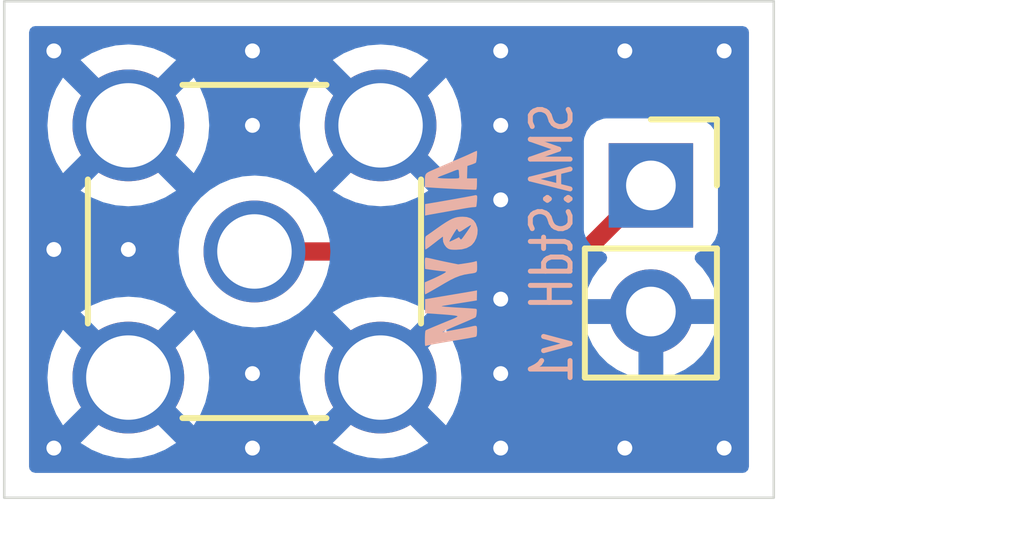
<source format=kicad_pcb>
(kicad_pcb (version 20240108) (generator "pcbnew") (generator_version "8.0")
  (layers (0 "F.Cu" signal) (1 "In1.Cu" signal) (2 "In2.Cu" signal) (31 "B.Cu" signal) (34 "B.Paste" user) (35 "F.Paste" user) (36 "B.SilkS" user "B.Silkscreen") (37 "F.SilkS" user "F.Silkscreen") (38 "B.Mask" user) (39 "F.Mask" user) (44 "Edge.Cuts" user))
  (net 0 "")
  (net 1 "GND")
  (net 2 "Net-(J1-In)")
  (footprint "Connector_PinSocket_2.54mm:PinSocket_1x02_P2.54mm_Vertical" (layer "F.Cu") (at 57.525 20.71)
    (property "Reference" "J2" (hide yes))
    (property "Value" "Conn_01x02_Socket")
    (fp_line (start -1.33 1.27) (end -1.33 3.87) (stroke (width 0.12)) (layer "F.SilkS"))
    (fp_line (start -1.33 1.27) (end 1.33 1.27) (stroke (width 0.12)) (layer "F.SilkS"))
    (fp_line (start -1.33 3.87) (end 1.33 3.87) (stroke (width 0.12)) (layer "F.SilkS"))
    (fp_line (start 0 -1.33) (end 1.33 -1.33) (stroke (width 0.12)) (layer "F.SilkS"))
    (fp_line (start 1.33 -1.33) (end 1.33 0) (stroke (width 0.12)) (layer "F.SilkS"))
    (fp_line (start 1.33 1.27) (end 1.33 3.87) (stroke (width 0.12)) (layer "F.SilkS"))
    (pad "1" thru_hole rect (at 0 0) (size 1.7 1.7) (drill 1) (layers "*.Cu" "*.Mask") (net 2 "Net-(J1-In)"))
    (pad "2" thru_hole oval (at 0 2.54) (size 1.7 1.7) (drill 1) (layers "*.Cu" "*.Mask") (net 1 "GND"))
  )
  (footprint "Connector_Coaxial:SMA_Amphenol_901-144_Vertical" (layer "F.Cu") (at 49.54 22.04)
    (property "Reference" "J1" (hide yes))
    (property "Value" "Conn_Coaxial")
    (fp_line (start -3.355 -1.45) (end -3.355 1.45) (stroke (width 0.12)) (layer "F.SilkS"))
    (fp_line (start -1.45 -3.355) (end 1.45 -3.355) (stroke (width 0.12)) (layer "F.SilkS"))
    (fp_line (start -1.45 3.355) (end 1.45 3.355) (stroke (width 0.12)) (layer "F.SilkS"))
    (fp_line (start 3.355 -1.45) (end 3.355 1.45) (stroke (width 0.12)) (layer "F.SilkS"))
    (pad "1" thru_hole circle (at 0 0) (size 2.05 2.05) (drill 1.5) (layers "*.Cu" "*.Mask") (net 2 "Net-(J1-In)"))
    (pad "2" thru_hole circle (at -2.54 -2.54) (size 2.25 2.25) (drill 1.7) (layers "*.Cu" "*.Mask") (net 1 "GND"))
    (pad "2" thru_hole circle (at -2.54 2.54) (size 2.25 2.25) (drill 1.7) (layers "*.Cu" "*.Mask") (net 1 "GND"))
    (pad "2" thru_hole circle (at 2.54 -2.54) (size 2.25 2.25) (drill 1.7) (layers "*.Cu" "*.Mask") (net 1 "GND"))
    (pad "2" thru_hole circle (at 2.54 2.54) (size 2.25 2.25) (drill 1.7) (layers "*.Cu" "*.Mask") (net 1 "GND"))
  )
  (footprint "Logos:ai6ym_logo_4mm" (layer "B.Cu") (at 53.5 22 -90)
    (property "Reference" "G***" (hide yes))
    (property "Value" "LOGO" (hide yes))
    (fp_poly (pts (xy -0.689406 0.490776) (xy -0.693845 0.468259) (xy -0.701914 0.424829) (xy -0.712791 0.365001) (xy -0.725656 0.29329) (xy -0.739689 0.214209) (xy -0.741049 0.206504) (xy -0.757627 0.113057) (xy -0.775478 0.013386) (xy -0.793078 -0.084059) (xy -0.808902 -0.170824) (xy -0.81863 -0.223497) (xy -0.830889 -0.2929) (xy -0.841106 -0.357506) (xy -0.848354 -0.410948) (xy -0.851707 -0.446857) (xy -0.85183 -0.451825) (xy -0.854097 -0.485243) (xy -0.859723 -0.505663) (xy -0.86151 -0.507584) (xy -0.878085 -0.511294) (xy -0.913657 -0.5161) (xy -0.961485 -0.521132) (xy -0.977561 -0.522586) (xy -1.031155 -0.526523) (xy -1.06442 -0.52661) (xy -1.082622 -0.522346) (xy -1.091025 -0.513232) (xy -1.091637 -0.511759) (xy -1.094758 -0.488064) (xy -1.092426 -0.480495) (xy -1.08906 -0.466276) (xy -1.081908 -0.429982) (xy -1.071568 -0.374978) (xy -1.058638 -0.304626) (xy -1.043715 -0.222291) (xy -1.027399 -0.131336) (xy -1.010286 -0.035125) (xy -0.992975 0.062979) (xy -0.976063 0.159612) (xy -0.960148 0.25141) (xy -0.945829 0.33501) (xy -0.933703 0.407049) (xy -0.924369 0.464161) (xy -0.92327 0.471087) (xy -0.915115 0.522713) (xy -0.798629 0.523043) (xy -0.682144 0.523372)) (fill solid) (layer "B.SilkS"))
    (fp_poly (pts (xy 0.834606 0.528485) (xy 0.87559 0.526655) (xy 0.899562 0.523998) (xy 0.903455 0.522266) (xy 0.897042 0.50735) (xy 0.87872 0.472719) (xy 0.849858 0.420788) (xy 0.811828 0.353976) (xy 0.766003 0.274701) (xy 0.713753 0.185379) (xy 0.676719 0.122612) (xy 0.6142 0.011631) (xy 0.566652 -0.086192) (xy 0.531764 -0.17687) (xy 0.507221 -0.266418) (xy 0.490713 -0.360851) (xy 0.490642 -0.361382) (xy 0.481469 -0.428535) (xy 0.472678 -0.474293) (xy 0.460585 -0.502754) (xy 0.441504 -0.518015) (xy 0.411749 -0.524171) (xy 0.367635 -0.52532) (xy 0.343181 -0.525295) (xy 0.293319 -0.524206) (xy 0.255085 -0.521297) (xy 0.234375 -0.517107) (xy 0.232317 -0.515165) (xy 0.236511 -0.496469) (xy 0.244371 -0.47333) (xy 0.251011 -0.448104) (xy 0.259836 -0.403842) (xy 0.269627 -0.347093) (xy 0.277966 -0.292777) (xy 0.299507 -0.143929) (xy 0.259581 0.053874) (xy 0.242839 0.134828) (xy 0.224791 0.218783) (xy 0.207348 0.297053) (xy 0.192418 0.360954) (xy 0.189147 0.374288) (xy 0.176658 0.428495) (xy 0.167985 0.474146) (xy 0.164235 0.504914) (xy 0.164776 0.513513) (xy 0.176101 0.522011) (xy 0.204532 0.526426) (xy 0.253576 0.527145) (xy 0.281707 0.52642) (xy 0.3925 0.522713) (xy 0.415114 0.361382) (xy 0.423957 0.294767) (xy 0.431275 0.232955) (xy 0.436303 0.182877) (xy 0.438274 0.151651) (xy 0.441292 0.120524) (xy 0.448087 0.10404) (xy 0.450129 0.103252) (xy 0.462098 0.114628) (xy 0.482303 0.146598) (xy 0.509058 0.195927) (xy 0.540677 0.259378) (xy 0.575474 0.333715) (xy 0.606416 0.403328) (xy 0.661042 0.529166) (xy 0.782248 0.529166)) (fill solid) (layer "B.SilkS"))
    (fp_poly (pts (xy -1.246957 0.409781) (xy -1.242117 0.334303) (xy -1.236952 0.247343) (xy -1.231625 0.152302) (xy -1.226298 0.052581) (xy -1.221133 -0.048421) (xy -1.216295 -0.147301) (xy -1.211945 -0.240659) (xy -1.208246 -0.325095) (xy -1.20536 -0.397208) (xy -1.203452 -0.453596) (xy -1.202682 -0.49086) (xy -1.20316 -0.505466) (xy -1.219178 -0.514032) (xy -1.259862 -0.519483) (xy -1.320415 -0.521654) (xy -1.432627 -0.522714) (xy -1.432625 -0.422221) (xy -1.432622 -0.321728) (xy -1.557391 -0.325422) (xy -1.68216 -0.329116) (xy -1.709043 -0.409233) (xy -1.724809 -0.452358) (xy -1.739401 -0.485767) (xy -1.748832 -0.501162) (xy -1.765657 -0.50682) (xy -1.799585 -0.512456) (xy -1.84379 -0.517527) (xy -1.891443 -0.521489) (xy -1.935715 -0.523801) (xy -1.96978 -0.52392) (xy -1.986807 -0.521301) (xy -1.987602 -0.520145) (xy -1.982543 -0.505217) (xy -1.969384 -0.474183) (xy -1.953903 -0.440108) (xy -1.932999 -0.395168) (xy -1.915308 -0.356719) (xy -1.898726 -0.319981) (xy -1.881148 -0.280174) (xy -1.860472 -0.232517) (xy -1.834593 -0.172228) (xy -1.822804 -0.144627) (xy -1.605954 -0.144627) (xy -1.597106 -0.153215) (xy -1.579053 -0.156385) (xy -1.551705 -0.157909) (xy -1.546871 -0.158224) (xy -1.505651 -0.161307) (xy -1.474799 -0.164027) (xy -1.464889 -0.1652) (xy -1.443091 -0.160729) (xy -1.438198 -0.157907) (xy -1.43398 -0.142813) (xy -1.43114 -0.107767) (xy -1.429584 -0.057938) (xy -1.429217 0.001507) (xy -1.429945 0.065402) (xy -1.431676 0.128579) (xy -1.434313 0.185871) (xy -1.437764 0.23211) (xy -1.441935 0.262131) (xy -1.446003 0.271036) (xy -1.455831 0.259969) (xy -1.469639 0.231683) (xy -1.478149 0.209731) (xy -1.492399 0.171122) (xy -1.512981 0.117073) (xy -1.53663 0.056105) (xy -1.551087 0.01936) (xy -1.578164 -0.048628) (xy -1.596393 -0.096107) (xy -1.605687 -0.126849) (xy -1.605954 -0.144627) (xy -1.822804 -0.144627) (xy -1.801407 -0.094529) (xy -1.788613 -0.064533) (xy -1.751271 0.022738) (xy -1.710644 0.117191) (xy -1.670433 0.210255) (xy -1.634336 0.293362) (xy -1.615891 0.335569) (xy -1.585005 0.405919) (xy -1.560776 0.456345) (xy -1.538722 0.490212) (xy -1.514361 0.510882) (xy -1.483213 0.521719) (xy -1.440794 0.526085) (xy -1.382625 0.527344) (xy -1.359945 0.527639) (xy -1.255001 0.529166)) (fill solid) (layer "B.SilkS"))
    (fp_poly (pts (xy -0.076281 0.522089) (xy -0.03286 0.520403) (xy -0.006026 0.517939) (xy -0.000019 0.515905) (xy -0.004283 0.50486) (xy -0.018142 0.482959) (xy -0.04315 0.44806) (xy -0.080858 0.398018) (xy -0.132818 0.330689) (xy -0.150793 0.307599) (xy -0.19008 0.256885) (xy -0.222913 0.213884) (xy -0.246385 0.182454) (xy -0.257587 0.16645) (xy -0.25813 0.165286) (xy -0.246779 0.16335) (xy -0.218615 0.164347) (xy -0.209731 0.165082) (xy -0.154645 0.159064) (xy -0.097375 0.135068) (xy -0.047392 0.098149) (xy -0.019527 0.06358) (xy -0.006613 0.03659) (xy 0.001237 0.004799) (xy 0.005075 -0.038698) (xy 0.005957 -0.100808) (xy 0.005948 -0.103252) (xy -0.002748 -0.217312) (xy -0.028226 -0.31323) (xy -0.071103 -0.392988) (xy -0.092552 -0.420002) (xy -0.151761 -0.470037) (xy -0.22675 -0.507702) (xy -0.309444 -0.530489) (xy -0.391768 -0.53589) (xy -0.442249 -0.528644) (xy -0.525302 -0.498535) (xy -0.587683 -0.453897) (xy -0.626351 -0.399102) (xy -0.490448 -0.399102) (xy -0.484195 -0.400859) (xy -0.464365 -0.391387) (xy -0.429355 -0.369668) (xy -0.377557 -0.334687) (xy -0.307368 -0.285427) (xy -0.279328 -0.26546) (xy -0.236565 -0.234578) (xy -0.211991 -0.214681) (xy -0.202773 -0.201774) (xy -0.206079 -0.191859) (xy -0.219077 -0.180943) (xy -0.219297 -0.180777) (xy -0.247774 -0.159297) (xy -0.200498 -0.065419) (xy -0.179273 -0.021467) (xy -0.164388 0.012894) (xy -0.158278 0.031906) (xy -0.15854 0.033777) (xy -0.171385 0.030206) (xy -0.200461 0.015794) (xy -0.240358 -0.006228) (xy -0.285665 -0.03263) (xy -0.330974 -0.060183) (xy -0.370875 -0.085655) (xy -0.399957 -0.105816) (xy -0.412811 -0.117437) (xy -0.413008 -0.118168) (xy -0.404408 -0.129362) (xy -0.403329 -0.129476) (xy -0.386488 -0.136825) (xy -0.368952 -0.148575) (xy -0.358569 -0.158103) (xy -0.355349 -0.169437) (xy -0.360996 -0.187109) (xy -0.377218 -0.215652) (xy -0.405723 -0.259596) (xy -0.417351 -0.277103) (xy -0.447968 -0.324235) (xy -0.47228 -0.363802) (xy -0.487215 -0.390676) (xy -0.490448 -0.399102) (xy -0.626351 -0.399102) (xy -0.630315 -0.393484) (xy -0.65412 -0.316053) (xy -0.660241 -0.235123) (xy -0.658238 -0.179048) (xy -0.651569 -0.127024) (xy -0.638698 -0.075796) (xy -0.618086 -0.022109) (xy -0.588198 0.037293) (xy -0.547495 0.105665) (xy -0.494439 0.186264) (xy -0.427495 0.282344) (xy -0.393154 0.330487) (xy -0.354148 0.385214) (xy -0.319705 0.434122) (xy -0.293104 0.472515) (xy -0.27762 0.495697) (xy -0.276042 0.498272) (xy -0.266525 0.50951) (xy -0.25046 0.516706) (xy -0.222707 0.520724) (xy -0.178127 0.52243) (xy -0.130863 0.522713)) (fill solid) (layer "B.SilkS"))
    (fp_poly (pts (xy 1.861156 0.527247) (xy 1.904784 0.526143) (xy 1.930496 0.523382) (xy 1.942236 0.518392) (xy 1.943952 0.510601) (xy 1.942478 0.505962) (xy 1.934035 0.47646) (xy 1.92203 0.421615) (xy 1.906455 0.341386) (xy 1.887302 0.235732) (xy 1.864564 0.104614) (xy 1.838234 -0.052008) (xy 1.826562 -0.122612) (xy 1.810803 -0.216816) (xy 1.795867 -0.303234) (xy 1.782388 -0.378426) (xy 1.770996 -0.438957) (xy 1.762324 -0.48139) (xy 1.757005 -0.502288) (xy 1.756535 -0.503354) (xy 1.743878 -0.513723) (xy 1.716696 -0.519985) (xy 1.670451 -0.522923) (xy 1.640936 -0.523379) (xy 1.588515 -0.52333) (xy 1.555606 -0.519377) (xy 1.539202 -0.507012) (xy 1.536298 -0.481725) (xy 1.543888 -0.439006) (xy 1.554464 -0.393649) (xy 1.563027 -0.354427) (xy 1.57493 -0.296058) (xy 1.588936 -0.224801) (xy 1.603808 -0.14691) (xy 1.613149 -0.096799) (xy 1.626895 -0.022999) (xy 1.639494 0.043318) (xy 1.650023 0.097396) (xy 1.657559 0.134478) (xy 1.660733 0.148425) (xy 1.665354 0.170471) (xy 1.660925 0.169614) (xy 1.647971 0.146921) (xy 1.627015 0.103461) (xy 1.598584 0.040301) (xy 1.5632 -0.04149) (xy 1.537094 -0.103252) (xy 1.490135 -0.214821) (xy 1.451809 -0.304973) (xy 1.421031 -0.376202) (xy 1.396716 -0.431005) (xy 1.377778 -0.471877) (xy 1.368698 -0.490447) (xy 1.347853 -0.504507) (xy 1.301914 -0.513984) (xy 1.279083 -0.516274) (xy 1.23494 -0.519034) (xy 1.210201 -0.517315) (xy 1.198638 -0.509693) (xy 1.194405 -0.496914) (xy 1.192219 -0.47647) (xy 1.18893 -0.434638) (xy 1.18484 -0.375804) (xy 1.180252 -0.304354) (xy 1.17547 -0.224676) (xy 1.174793 -0.212958) (xy 1.167163 -0.085731) (xy 1.160248 0.018089) (xy 1.154089 0.098009) (xy 1.148728 0.153534) (xy 1.144205 0.184169) (xy 1.141102 0.190323) (xy 1.13811 0.177034) (xy 1.1318 0.141835) (xy 1.122773 0.088331) (xy 1.111631 0.020124) (xy 1.098975 -0.059181) (xy 1.090991 -0.110036) (xy 1.077228 -0.198095) (xy 1.064258 -0.280805) (xy 1.052791 -0.353671) (xy 1.043535 -0.412196) (xy 1.037198 -0.451883) (xy 1.035394 -0.462969) (xy 1.026067 -0.519383) (xy 0.924866 -0.521112) (xy 0.823665 -0.522841) (xy 0.831 -0.484058) (xy 0.834753 -0.462828) (xy 0.842257 -0.419208) (xy 0.852991 -0.356263) (xy 0.866435 -0.277061) (xy 0.882068 -0.184668) (xy 0.89937 -0.082151) (xy 0.917821 0.027424) (xy 0.91972 0.038719) (xy 1.001106 0.522713) (xy 1.142605 0.522713) (xy 1.284104 0.522713) (xy 1.299926 0.283943) (xy 1.308452 0.160915) (xy 1.316182 0.061995) (xy 1.323312 -0.014502) (xy 1.330036 -0.070261) (xy 1.33655 -0.106969) (xy 1.343047 -0.12631) (xy 1.347846 -0.130429) (xy 1.357693 -0.119538) (xy 1.373935 -0.089897) (xy 1.393773 -0.046878) (xy 1.403547 -0.023556) (xy 1.458245 0.110559) (xy 1.50628 0.227428) (xy 1.547164 0.325888) (xy 1.580408 0.404779) (xy 1.605523 0.462939) (xy 1.62202 0.499205) (xy 1.628744 0.511753) (xy 1.647904 0.519091) (xy 1.691664 0.524161) (xy 1.758903 0.526859) (xy 1.795665 0.527268)) (fill solid) (layer "B.SilkS"))
  )
  (gr_rect (start 44.5 17) (end 60 27) (stroke (width 0.05)) (fill none) (layer "Edge.Cuts"))
  (gr_text "SMA:StdH v1" (at 56 19 90) (layer "B.SilkS") (effects (font (size 0.8 0.6) (thickness 0.1)) (justify left bottom mirror)))
  (via (at 45.5 22) (size 0.6) (drill 0.3) (layers "F.Cu" "B.Cu") (net 1))
  (via (at 54.5 26) (size 0.6) (drill 0.3) (layers "F.Cu" "B.Cu") (net 1))
  (via (at 54.5 19.5) (size 0.6) (drill 0.3) (layers "F.Cu" "B.Cu") (net 1))
  (via (at 54.5 23) (size 0.6) (drill 0.3) (layers "F.Cu" "B.Cu") (net 1))
  (via (at 57 26) (size 0.6) (drill 0.3) (layers "F.Cu" "B.Cu") (net 1))
  (via (at 49.5 18) (size 0.6) (drill 0.3) (layers "F.Cu" "B.Cu") (net 1))
  (via (at 54.5 24.5) (size 0.6) (drill 0.3) (layers "F.Cu" "B.Cu") (net 1))
  (via (at 54.5 18) (size 0.6) (drill 0.3) (layers "F.Cu" "B.Cu") (net 1))
  (via (at 59 18) (size 0.6) (drill 0.3) (layers "F.Cu" "B.Cu") (net 1))
  (via (at 47 22) (size 0.6) (drill 0.3) (layers "F.Cu" "B.Cu") (net 1))
  (via (at 49.5 26) (size 0.6) (drill 0.3) (layers "F.Cu" "B.Cu") (net 1))
  (via (at 54.5 21) (size 0.6) (drill 0.3) (layers "F.Cu" "B.Cu") (net 1))
  (via (at 49.5 19.5) (size 0.6) (drill 0.3) (layers "F.Cu" "B.Cu") (net 1))
  (via (at 45.5 18) (size 0.6) (drill 0.3) (layers "F.Cu" "B.Cu") (net 1))
  (via (at 45.5 26) (size 0.6) (drill 0.3) (layers "F.Cu" "B.Cu") (net 1))
  (via (at 57 18) (size 0.6) (drill 0.3) (layers "F.Cu" "B.Cu") (net 1))
  (via (at 59 26) (size 0.6) (drill 0.3) (layers "F.Cu" "B.Cu") (net 1))
  (via (at 49.5 24.5) (size 0.6) (drill 0.3) (layers "F.Cu" "B.Cu") (net 1))
  (segment (start 49.54 22.04) (end 56.195 22.04) (width 0.3684) (layer "F.Cu") (net 2))
  (segment (start 56.195 22.04) (end 57.525 20.71) (width 0.3684) (layer "F.Cu") (net 2))
  (zone (net 1) (net_name "GND") (layer "B.Cu") (connect_pads (clearance 0.5)) (min_thickness 0.25) (fill yes (thermal_gap 0.5) (thermal_bridge_width 0.5))
    (polygon (pts (xy 45 17.5) (xy 45 26.5) (xy 59.5 26.5) (xy 59.5 17.5)))
  )
)
</source>
